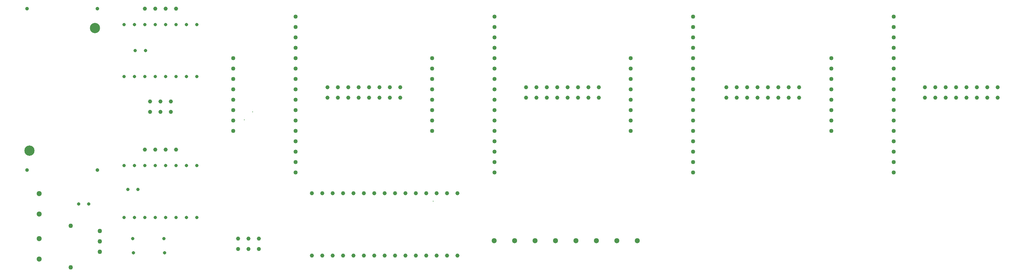
<source format=gbr>
%TF.GenerationSoftware,KiCad,Pcbnew,9.0.0*%
%TF.CreationDate,2025-03-13T12:02:38+01:00*%
%TF.ProjectId,chessboard_pcb,63686573-7362-46f6-9172-645f7063622e,rev?*%
%TF.SameCoordinates,Original*%
%TF.FileFunction,Plated,1,2,PTH,Drill*%
%TF.FilePolarity,Positive*%
%FSLAX46Y46*%
G04 Gerber Fmt 4.6, Leading zero omitted, Abs format (unit mm)*
G04 Created by KiCad (PCBNEW 9.0.0) date 2025-03-13 12:02:38*
%MOMM*%
%LPD*%
G01*
G04 APERTURE LIST*
%TA.AperFunction,ViaDrill*%
%ADD10C,0.300000*%
%TD*%
%TA.AperFunction,ComponentDrill*%
%ADD11C,0.800000*%
%TD*%
%TA.AperFunction,ComponentDrill*%
%ADD12C,0.900000*%
%TD*%
%TA.AperFunction,ComponentDrill*%
%ADD13C,1.000000*%
%TD*%
%TA.AperFunction,ComponentDrill*%
%ADD14C,1.020000*%
%TD*%
%TA.AperFunction,ComponentDrill*%
%ADD15C,1.100000*%
%TD*%
%TA.AperFunction,ComponentDrill*%
%ADD16C,1.300000*%
%TD*%
%TA.AperFunction,ComponentDrill*%
%ADD17C,2.500000*%
%TD*%
G04 APERTURE END LIST*
D10*
X88000000Y-83500000D03*
X89980000Y-81500000D03*
X134100000Y-103400000D03*
D11*
%TO.C,C1*%
X47500000Y-104000000D03*
X50000000Y-104000000D03*
%TO.C,A3*%
X58610000Y-60160000D03*
X58610000Y-72860000D03*
%TO.C,A4988 *%
X58610000Y-94660000D03*
X58610000Y-107360000D03*
%TO.C,C2*%
X59500000Y-100500000D03*
%TO.C,PULLDOWN*%
X60690000Y-112500000D03*
%TO.C,R1*%
X60880000Y-116000000D03*
%TO.C,A3*%
X61150000Y-60160000D03*
X61150000Y-72860000D03*
%TO.C,A4988 *%
X61150000Y-94660000D03*
X61150000Y-107360000D03*
%TO.C,C3*%
X61317621Y-66500000D03*
%TO.C,C2*%
X62000000Y-100500000D03*
%TO.C,A3*%
X63690000Y-60160000D03*
X63690000Y-72860000D03*
%TO.C,A4988 *%
X63690000Y-94660000D03*
X63690000Y-107360000D03*
%TO.C,C3*%
X63817621Y-66500000D03*
%TO.C,A3*%
X66230000Y-60160000D03*
X66230000Y-72860000D03*
%TO.C,A4988 *%
X66230000Y-94660000D03*
X66230000Y-107360000D03*
%TO.C,PULLDOWN*%
X68310000Y-112500000D03*
%TO.C,R1*%
X68500000Y-116000000D03*
%TO.C,A3*%
X68770000Y-60160000D03*
X68770000Y-72860000D03*
%TO.C,A4988 *%
X68770000Y-94660000D03*
X68770000Y-107360000D03*
%TO.C,A3*%
X71310000Y-60160000D03*
X71310000Y-72860000D03*
%TO.C,A4988 *%
X71310000Y-94660000D03*
X71310000Y-107360000D03*
%TO.C,A3*%
X73850000Y-60160000D03*
X73850000Y-72860000D03*
%TO.C,A4988 *%
X73850000Y-94660000D03*
X73850000Y-107360000D03*
%TO.C,A3*%
X76390000Y-60160000D03*
X76390000Y-72860000D03*
%TO.C,A4988 *%
X76390000Y-94660000D03*
X76390000Y-107360000D03*
D12*
%TO.C,BUCK1*%
X34928500Y-56265500D03*
X34928500Y-95762500D03*
X52073500Y-56265500D03*
X52073500Y-95762500D03*
D13*
%TO.C,motor*%
X63680000Y-56250000D03*
X63680000Y-90750000D03*
%TO.C,J8*%
X64955000Y-79000000D03*
X64955000Y-81540000D03*
%TO.C,motor*%
X66220000Y-56250000D03*
X66220000Y-90750000D03*
%TO.C,J8*%
X67495000Y-79000000D03*
X67495000Y-81540000D03*
%TO.C,motor*%
X68760000Y-56250000D03*
X68760000Y-90750000D03*
%TO.C,J8*%
X70035000Y-79000000D03*
X70035000Y-81540000D03*
%TO.C,motor*%
X71300000Y-56250000D03*
X71300000Y-90750000D03*
%TO.C,J7*%
X86420000Y-112500000D03*
X86420000Y-115040000D03*
X88960000Y-112500000D03*
X88960000Y-115040000D03*
X91500000Y-112500000D03*
X91500000Y-115040000D03*
%TO.C,A1*%
X104490000Y-101390000D03*
X104490000Y-116630000D03*
X107030000Y-101390000D03*
X107030000Y-116630000D03*
%TO.C,J13*%
X108340000Y-75500000D03*
X108340000Y-78040000D03*
%TO.C,A1*%
X109570000Y-101390000D03*
X109570000Y-116630000D03*
%TO.C,J13*%
X110880000Y-75500000D03*
X110880000Y-78040000D03*
%TO.C,A1*%
X112110000Y-101390000D03*
X112110000Y-116630000D03*
%TO.C,J13*%
X113420000Y-75500000D03*
X113420000Y-78040000D03*
%TO.C,A1*%
X114650000Y-101390000D03*
X114650000Y-116630000D03*
%TO.C,J13*%
X115960000Y-75500000D03*
X115960000Y-78040000D03*
%TO.C,A1*%
X117190000Y-101390000D03*
X117190000Y-116630000D03*
%TO.C,J13*%
X118500000Y-75500000D03*
X118500000Y-78040000D03*
%TO.C,A1*%
X119730000Y-101390000D03*
X119730000Y-116630000D03*
%TO.C,J13*%
X121040000Y-75500000D03*
X121040000Y-78040000D03*
%TO.C,A1*%
X122270000Y-101390000D03*
X122270000Y-116630000D03*
%TO.C,J13*%
X123580000Y-75500000D03*
X123580000Y-78040000D03*
%TO.C,A1*%
X124810000Y-101390000D03*
X124810000Y-116630000D03*
%TO.C,J13*%
X126120000Y-75500000D03*
X126120000Y-78040000D03*
%TO.C,A1*%
X127350000Y-101390000D03*
X127350000Y-116630000D03*
X129890000Y-101390000D03*
X129890000Y-116630000D03*
X132430000Y-101390000D03*
X132430000Y-116630000D03*
X134970000Y-101390000D03*
X134970000Y-116630000D03*
X137510000Y-101390000D03*
X137510000Y-116630000D03*
X140050000Y-101390000D03*
X140050000Y-116630000D03*
%TO.C,J12*%
X156800000Y-75500000D03*
X156800000Y-78040000D03*
X159340000Y-75500000D03*
X159340000Y-78040000D03*
X161880000Y-75500000D03*
X161880000Y-78040000D03*
X164420000Y-75500000D03*
X164420000Y-78040000D03*
X166960000Y-75500000D03*
X166960000Y-78040000D03*
X169500000Y-75500000D03*
X169500000Y-78040000D03*
X172040000Y-75500000D03*
X172040000Y-78040000D03*
X174580000Y-75500000D03*
X174580000Y-78040000D03*
%TO.C,J14*%
X205760000Y-75500000D03*
X205760000Y-78040000D03*
X208300000Y-75500000D03*
X208300000Y-78040000D03*
X210840000Y-75500000D03*
X210840000Y-78040000D03*
X213380000Y-75500000D03*
X213380000Y-78040000D03*
X215920000Y-75500000D03*
X215920000Y-78040000D03*
X218460000Y-75500000D03*
X218460000Y-78040000D03*
X221000000Y-75500000D03*
X221000000Y-78040000D03*
X223540000Y-75500000D03*
X223540000Y-78040000D03*
%TO.C,J15*%
X254300000Y-75500000D03*
X254300000Y-78040000D03*
X256840000Y-75500000D03*
X256840000Y-78040000D03*
X259380000Y-75500000D03*
X259380000Y-78040000D03*
X261920000Y-75500000D03*
X261920000Y-78040000D03*
X264460000Y-75500000D03*
X264460000Y-78040000D03*
X267000000Y-75500000D03*
X267000000Y-78040000D03*
X269540000Y-75500000D03*
X269540000Y-78040000D03*
X272080000Y-75500000D03*
X272080000Y-78040000D03*
D14*
%TO.C,multiplexer*%
X85278750Y-68397500D03*
X85278750Y-70937500D03*
X85278750Y-73477500D03*
X85278750Y-76017500D03*
X85278750Y-78557500D03*
X85278750Y-81097500D03*
X85278750Y-83637500D03*
X85278750Y-86177500D03*
X100518750Y-58237500D03*
X100518750Y-60777500D03*
X100518750Y-63317500D03*
X100518750Y-65857500D03*
X100518750Y-68397500D03*
X100518750Y-70937500D03*
X100518750Y-73477500D03*
X100518750Y-76017500D03*
X100518750Y-78557500D03*
X100518750Y-81097500D03*
X100518750Y-83637500D03*
X100518750Y-86177500D03*
X100518750Y-88717500D03*
X100518750Y-91257500D03*
X100518750Y-93797500D03*
X100518750Y-96337500D03*
%TO.C,U1*%
X133880000Y-68397500D03*
X133880000Y-70937500D03*
X133880000Y-73477500D03*
X133880000Y-76017500D03*
X133880000Y-78557500D03*
X133880000Y-81097500D03*
X133880000Y-83637500D03*
X133880000Y-86177500D03*
X149120000Y-58237500D03*
X149120000Y-60777500D03*
X149120000Y-63317500D03*
X149120000Y-65857500D03*
X149120000Y-68397500D03*
X149120000Y-70937500D03*
X149120000Y-73477500D03*
X149120000Y-76017500D03*
X149120000Y-78557500D03*
X149120000Y-81097500D03*
X149120000Y-83637500D03*
X149120000Y-86177500D03*
X149120000Y-88717500D03*
X149120000Y-91257500D03*
X149120000Y-93797500D03*
X149120000Y-96337500D03*
%TO.C,U3*%
X182380000Y-68397500D03*
X182380000Y-70937500D03*
X182380000Y-73477500D03*
X182380000Y-76017500D03*
X182380000Y-78557500D03*
X182380000Y-81097500D03*
X182380000Y-83637500D03*
X182380000Y-86177500D03*
X197620000Y-58237500D03*
X197620000Y-60777500D03*
X197620000Y-63317500D03*
X197620000Y-65857500D03*
X197620000Y-68397500D03*
X197620000Y-70937500D03*
X197620000Y-73477500D03*
X197620000Y-76017500D03*
X197620000Y-78557500D03*
X197620000Y-81097500D03*
X197620000Y-83637500D03*
X197620000Y-86177500D03*
X197620000Y-88717500D03*
X197620000Y-91257500D03*
X197620000Y-93797500D03*
X197620000Y-96337500D03*
%TO.C,U4*%
X231380000Y-68397500D03*
X231380000Y-70937500D03*
X231380000Y-73477500D03*
X231380000Y-76017500D03*
X231380000Y-78557500D03*
X231380000Y-81097500D03*
X231380000Y-83637500D03*
X231380000Y-86177500D03*
X246620000Y-58237500D03*
X246620000Y-60777500D03*
X246620000Y-63317500D03*
X246620000Y-65857500D03*
X246620000Y-68397500D03*
X246620000Y-70937500D03*
X246620000Y-73477500D03*
X246620000Y-76017500D03*
X246620000Y-78557500D03*
X246620000Y-81097500D03*
X246620000Y-83637500D03*
X246620000Y-86177500D03*
X246620000Y-88717500D03*
X246620000Y-91257500D03*
X246620000Y-93797500D03*
X246620000Y-96337500D03*
D15*
%TO.C,D1*%
X45580000Y-109330000D03*
X45580000Y-119490000D03*
%TO.C,Q1*%
X52695000Y-110640000D03*
X52695000Y-113180000D03*
X52695000Y-115720000D03*
D16*
%TO.C,J2*%
X37827500Y-101500000D03*
X37827500Y-106500000D03*
%TO.C,J1*%
X37827500Y-112500000D03*
X37827500Y-117500000D03*
%TO.C,J11*%
X149000000Y-113000000D03*
X154000000Y-113000000D03*
X159000000Y-113000000D03*
X164000000Y-113000000D03*
X169000000Y-113000000D03*
X174000000Y-113000000D03*
X179000000Y-113000000D03*
X184000000Y-113000000D03*
D17*
%TO.C,BUCK1*%
X35500000Y-91000000D03*
X51502000Y-61028000D03*
M02*

</source>
